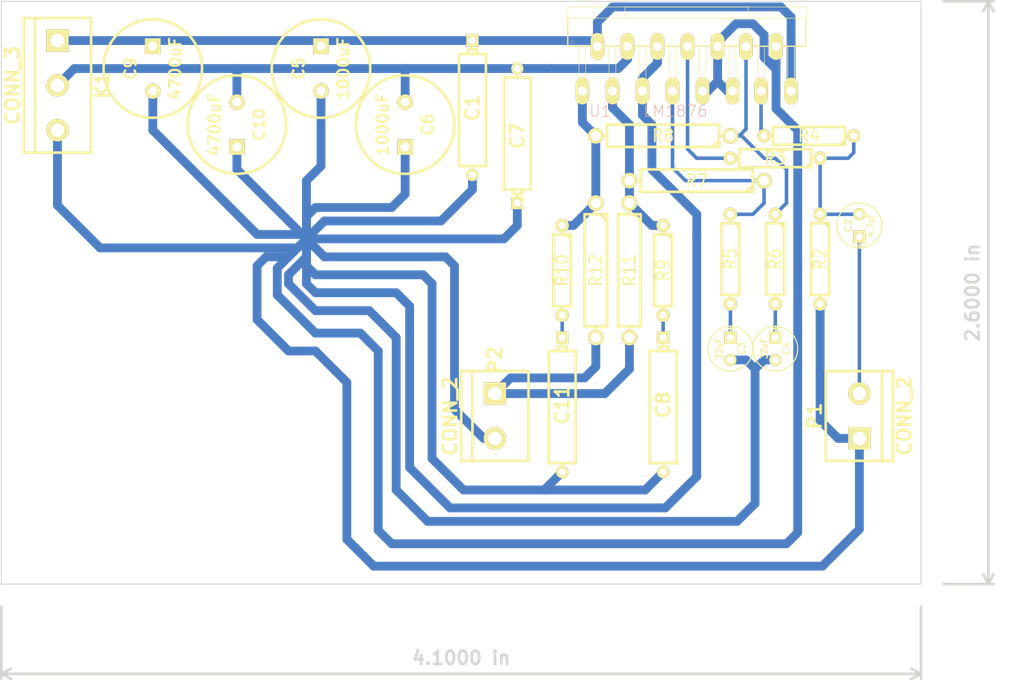
<source format=kicad_pcb>
(kicad_pcb (version 3) (host pcbnew "(2013-07-07 BZR 4022)-stable")

  (general
    (links 51)
    (no_connects 1)
    (area 0 0 0 0)
    (thickness 1.6)
    (drawings 6)
    (tracks 186)
    (zones 0)
    (modules 26)
    (nets 17)
  )

  (page A3)
  (layers
    (15 F.Cu signal)
    (0 B.Cu signal)
    (16 B.Adhes user)
    (17 F.Adhes user)
    (18 B.Paste user)
    (19 F.Paste user)
    (20 B.SilkS user)
    (21 F.SilkS user)
    (22 B.Mask user)
    (23 F.Mask user)
    (24 Dwgs.User user)
    (25 Cmts.User user)
    (26 Eco1.User user)
    (27 Eco2.User user)
    (28 Edge.Cuts user)
  )

  (setup
    (last_trace_width 0.4)
    (trace_clearance 0.4)
    (zone_clearance 0.508)
    (zone_45_only no)
    (trace_min 0.254)
    (segment_width 0.2)
    (edge_width 0.1)
    (via_size 0.889)
    (via_drill 0.635)
    (via_min_size 0.889)
    (via_min_drill 0.508)
    (uvia_size 0.508)
    (uvia_drill 0.127)
    (uvias_allowed no)
    (uvia_min_size 0.508)
    (uvia_min_drill 0.127)
    (pcb_text_width 0.3)
    (pcb_text_size 1.5 1.5)
    (mod_edge_width 0.15)
    (mod_text_size 1 1)
    (mod_text_width 0.15)
    (pad_size 4.064 4.064)
    (pad_drill 3.048)
    (pad_to_mask_clearance 0)
    (aux_axis_origin 0 0)
    (visible_elements 7FFFFBFF)
    (pcbplotparams
      (layerselection 3178497)
      (usegerberextensions true)
      (excludeedgelayer true)
      (linewidth 0.150000)
      (plotframeref false)
      (viasonmask false)
      (mode 1)
      (useauxorigin false)
      (hpglpennumber 1)
      (hpglpenspeed 20)
      (hpglpendiameter 15)
      (hpglpenoverlay 2)
      (psnegative false)
      (psa4output false)
      (plotreference true)
      (plotvalue true)
      (plotothertext true)
      (plotinvisibletext false)
      (padsonsilk false)
      (subtractmaskfromsilk false)
      (outputformat 1)
      (mirror false)
      (drillshape 1)
      (scaleselection 1)
      (outputdirectory ""))
  )

  (net 0 "")
  (net 1 GND)
  (net 2 N-0000010)
  (net 3 N-0000011)
  (net 4 N-0000012)
  (net 5 N-0000013)
  (net 6 N-0000014)
  (net 7 N-0000015)
  (net 8 N-0000016)
  (net 9 N-000003)
  (net 10 N-000004)
  (net 11 N-000006)
  (net 12 N-000007)
  (net 13 N-000008)
  (net 14 N-000009)
  (net 15 VDD)
  (net 16 VEE)

  (net_class Default "This is the default net class."
    (clearance 0.4)
    (trace_width 0.4)
    (via_dia 0.889)
    (via_drill 0.635)
    (uvia_dia 0.508)
    (uvia_drill 0.127)
    (add_net "")
    (add_net N-0000010)
    (add_net N-0000011)
    (add_net N-0000013)
    (add_net N-0000014)
    (add_net N-0000015)
    (add_net N-0000016)
    (add_net N-000003)
    (add_net N-000006)
    (add_net N-000008)
    (add_net N-000009)
  )

  (net_class Output ""
    (clearance 0.4)
    (trace_width 1)
    (via_dia 0.889)
    (via_drill 0.635)
    (uvia_dia 0.508)
    (uvia_drill 0.127)
    (add_net N-0000012)
    (add_net N-000004)
    (add_net N-000007)
  )

  (net_class PWR ""
    (clearance 0.4)
    (trace_width 1)
    (via_dia 0.889)
    (via_drill 0.635)
    (uvia_dia 0.508)
    (uvia_drill 0.127)
    (add_net GND)
    (add_net VDD)
    (add_net VEE)
  )

  (module bornier3 (layer F.Cu) (tedit 3EC0ECFA) (tstamp 53B016E9)
    (at 143.51 34.925 270)
    (descr "Bornier d'alimentation 3 pins")
    (tags DEV)
    (path /53AF20F1)
    (fp_text reference K1 (at 0 -5.08 270) (layer F.SilkS)
      (effects (font (size 1.524 1.524) (thickness 0.3048)))
    )
    (fp_text value CONN_3 (at 0 5.08 270) (layer F.SilkS)
      (effects (font (size 1.524 1.524) (thickness 0.3048)))
    )
    (fp_line (start -7.62 3.81) (end -7.62 -3.81) (layer F.SilkS) (width 0.3048))
    (fp_line (start 7.62 3.81) (end 7.62 -3.81) (layer F.SilkS) (width 0.3048))
    (fp_line (start -7.62 2.54) (end 7.62 2.54) (layer F.SilkS) (width 0.3048))
    (fp_line (start -7.62 -3.81) (end 7.62 -3.81) (layer F.SilkS) (width 0.3048))
    (fp_line (start -7.62 3.81) (end 7.62 3.81) (layer F.SilkS) (width 0.3048))
    (pad 1 thru_hole rect (at -5.08 0 270) (size 2.54 2.54) (drill 1.524)
      (layers *.Cu *.Mask F.SilkS)
      (net 15 VDD)
    )
    (pad 2 thru_hole circle (at 0 0 270) (size 2.54 2.54) (drill 1.524)
      (layers *.Cu *.Mask F.SilkS)
      (net 16 VEE)
    )
    (pad 3 thru_hole circle (at 5.08 0 270) (size 2.54 2.54) (drill 1.524)
      (layers *.Cu *.Mask F.SilkS)
      (net 1 GND)
    )
    (model device/bornier_3.wrl
      (at (xyz 0 0 0))
      (scale (xyz 1 1 1))
      (rotate (xyz 0 0 0))
    )
  )

  (module bornier2 (layer F.Cu) (tedit 53B04F64) (tstamp 53AF9CE3)
    (at 193.04 72.39 270)
    (descr "Bornier d'alimentation 2 pins")
    (tags DEV)
    (path /53AF2100)
    (fp_text reference P2 (at -6.35 0 270) (layer F.SilkS)
      (effects (font (size 1.524 1.524) (thickness 0.3048)))
    )
    (fp_text value CONN_2 (at 0 5.08 270) (layer F.SilkS)
      (effects (font (size 1.524 1.524) (thickness 0.3048)))
    )
    (fp_line (start 5.08 2.54) (end -5.08 2.54) (layer F.SilkS) (width 0.3048))
    (fp_line (start 5.08 3.81) (end 5.08 -3.81) (layer F.SilkS) (width 0.3048))
    (fp_line (start 5.08 -3.81) (end -5.08 -3.81) (layer F.SilkS) (width 0.3048))
    (fp_line (start -5.08 -3.81) (end -5.08 3.81) (layer F.SilkS) (width 0.3048))
    (fp_line (start -5.08 3.81) (end 5.08 3.81) (layer F.SilkS) (width 0.3048))
    (pad 1 thru_hole rect (at -2.54 0 270) (size 2.54 2.54) (drill 1.524)
      (layers *.Cu *.Mask F.SilkS)
      (net 10 N-000004)
    )
    (pad 2 thru_hole circle (at 2.54 0 270) (size 2.54 2.54) (drill 1.524)
      (layers *.Cu *.Mask F.SilkS)
      (net 1 GND)
    )
    (model device/bornier_2.wrl
      (at (xyz 0 0 0))
      (scale (xyz 1 1 1))
      (rotate (xyz 0 0 0))
    )
  )

  (module bornier2 (layer F.Cu) (tedit 3EC0ED69) (tstamp 53AF9CEE)
    (at 234.315 72.39 90)
    (descr "Bornier d'alimentation 2 pins")
    (tags DEV)
    (path /53AF210F)
    (fp_text reference P1 (at 0 -5.08 90) (layer F.SilkS)
      (effects (font (size 1.524 1.524) (thickness 0.3048)))
    )
    (fp_text value CONN_2 (at 0 5.08 90) (layer F.SilkS)
      (effects (font (size 1.524 1.524) (thickness 0.3048)))
    )
    (fp_line (start 5.08 2.54) (end -5.08 2.54) (layer F.SilkS) (width 0.3048))
    (fp_line (start 5.08 3.81) (end 5.08 -3.81) (layer F.SilkS) (width 0.3048))
    (fp_line (start 5.08 -3.81) (end -5.08 -3.81) (layer F.SilkS) (width 0.3048))
    (fp_line (start -5.08 -3.81) (end -5.08 3.81) (layer F.SilkS) (width 0.3048))
    (fp_line (start -5.08 3.81) (end 5.08 3.81) (layer F.SilkS) (width 0.3048))
    (pad 1 thru_hole rect (at -2.54 0 90) (size 2.54 2.54) (drill 1.524)
      (layers *.Cu *.Mask F.SilkS)
      (net 1 GND)
    )
    (pad 2 thru_hole circle (at 2.54 0 90) (size 2.54 2.54) (drill 1.524)
      (layers *.Cu *.Mask F.SilkS)
      (net 9 N-000003)
    )
    (model device/bornier_2.wrl
      (at (xyz 0 0 0))
      (scale (xyz 1 1 1))
      (rotate (xyz 0 0 0))
    )
  )

  (module R6 (layer F.Cu) (tedit 200000) (tstamp 53AFDEAF)
    (at 204.47 55.88 270)
    (descr "Resistance 6 pas")
    (tags R)
    (path /53AF1A3F)
    (autoplace_cost180 10)
    (fp_text reference R12 (at 0 0 270) (layer F.SilkS)
      (effects (font (size 1.397 1.27) (thickness 0.2032)))
    )
    (fp_text value 0.1R (at 0.254 0 270) (layer F.SilkS) hide
      (effects (font (size 1.397 1.27) (thickness 0.2032)))
    )
    (fp_line (start -6.35 -1.27) (end 6.35 -1.27) (layer F.SilkS) (width 0.3048))
    (fp_line (start 6.35 -1.27) (end 6.35 1.27) (layer F.SilkS) (width 0.3048))
    (fp_line (start 6.35 1.27) (end -6.35 1.27) (layer F.SilkS) (width 0.3048))
    (fp_line (start 6.35 0) (end 7.62 0) (layer F.SilkS) (width 0.3048))
    (fp_line (start -7.62 0) (end -6.35 0) (layer F.SilkS) (width 0.3048))
    (fp_line (start -6.35 -0.508) (end -5.588 -1.27) (layer F.SilkS) (width 0.3048))
    (fp_line (start -6.35 -1.27) (end -6.35 1.27) (layer F.SilkS) (width 0.3048))
    (pad 1 thru_hole circle (at -7.62 0 270) (size 1.778 1.778) (drill 1.143)
      (layers *.Cu *.Mask F.SilkS)
      (net 12 N-000007)
    )
    (pad 2 thru_hole circle (at 7.62 0 270) (size 1.778 1.778) (drill 1.143)
      (layers *.Cu *.Mask F.SilkS)
      (net 10 N-000004)
    )
    (model discret/resistor.wrl
      (at (xyz 0 0 0))
      (scale (xyz 0.6 0.6 0.6))
      (rotate (xyz 0 0 0))
    )
  )

  (module R6 (layer F.Cu) (tedit 200000) (tstamp 53AFDEBC)
    (at 208.28 55.88 270)
    (descr "Resistance 6 pas")
    (tags R)
    (path /53AF2095)
    (autoplace_cost180 10)
    (fp_text reference R11 (at 0 0 270) (layer F.SilkS)
      (effects (font (size 1.397 1.27) (thickness 0.2032)))
    )
    (fp_text value 0.1R (at 0.254 0 270) (layer F.SilkS) hide
      (effects (font (size 1.397 1.27) (thickness 0.2032)))
    )
    (fp_line (start -6.35 -1.27) (end 6.35 -1.27) (layer F.SilkS) (width 0.3048))
    (fp_line (start 6.35 -1.27) (end 6.35 1.27) (layer F.SilkS) (width 0.3048))
    (fp_line (start 6.35 1.27) (end -6.35 1.27) (layer F.SilkS) (width 0.3048))
    (fp_line (start 6.35 0) (end 7.62 0) (layer F.SilkS) (width 0.3048))
    (fp_line (start -7.62 0) (end -6.35 0) (layer F.SilkS) (width 0.3048))
    (fp_line (start -6.35 -0.508) (end -5.588 -1.27) (layer F.SilkS) (width 0.3048))
    (fp_line (start -6.35 -1.27) (end -6.35 1.27) (layer F.SilkS) (width 0.3048))
    (pad 1 thru_hole circle (at -7.62 0 270) (size 1.778 1.778) (drill 1.143)
      (layers *.Cu *.Mask F.SilkS)
      (net 4 N-0000012)
    )
    (pad 2 thru_hole circle (at 7.62 0 270) (size 1.778 1.778) (drill 1.143)
      (layers *.Cu *.Mask F.SilkS)
      (net 10 N-000004)
    )
    (model discret/resistor.wrl
      (at (xyz 0 0 0))
      (scale (xyz 0.6 0.6 0.6))
      (rotate (xyz 0 0 0))
    )
  )

  (module R4 (layer F.Cu) (tedit 200000) (tstamp 53B04B79)
    (at 224.79 54.61 270)
    (descr "Resitance 4 pas")
    (tags R)
    (path /53AF19FA)
    (autoplace_cost180 10)
    (fp_text reference R6 (at 0 0 270) (layer F.SilkS)
      (effects (font (size 1.397 1.27) (thickness 0.2032)))
    )
    (fp_text value 680R (at 0 0 270) (layer F.SilkS) hide
      (effects (font (size 1.397 1.27) (thickness 0.2032)))
    )
    (fp_line (start -5.08 0) (end -4.064 0) (layer F.SilkS) (width 0.3048))
    (fp_line (start -4.064 0) (end -4.064 -1.016) (layer F.SilkS) (width 0.3048))
    (fp_line (start -4.064 -1.016) (end 4.064 -1.016) (layer F.SilkS) (width 0.3048))
    (fp_line (start 4.064 -1.016) (end 4.064 1.016) (layer F.SilkS) (width 0.3048))
    (fp_line (start 4.064 1.016) (end -4.064 1.016) (layer F.SilkS) (width 0.3048))
    (fp_line (start -4.064 1.016) (end -4.064 0) (layer F.SilkS) (width 0.3048))
    (fp_line (start -4.064 -0.508) (end -3.556 -1.016) (layer F.SilkS) (width 0.3048))
    (fp_line (start 5.08 0) (end 4.064 0) (layer F.SilkS) (width 0.3048))
    (pad 1 thru_hole circle (at -5.08 0 270) (size 1.524 1.524) (drill 0.8128)
      (layers *.Cu *.Mask F.SilkS)
      (net 14 N-000009)
    )
    (pad 2 thru_hole circle (at 5.08 0 270) (size 1.524 1.524) (drill 0.8128)
      (layers *.Cu *.Mask F.SilkS)
      (net 13 N-000008)
    )
    (model discret/resistor.wrl
      (at (xyz 0 0 0))
      (scale (xyz 0.4 0.4 0.4))
      (rotate (xyz 0 0 0))
    )
  )

  (module R4 (layer F.Cu) (tedit 200000) (tstamp 53AFDEE6)
    (at 228.6 40.64 180)
    (descr "Resitance 4 pas")
    (tags R)
    (path /53AF1A30)
    (autoplace_cost180 10)
    (fp_text reference R4 (at 0 0 180) (layer F.SilkS)
      (effects (font (size 1.397 1.27) (thickness 0.2032)))
    )
    (fp_text value 680R (at 0 0 180) (layer F.SilkS) hide
      (effects (font (size 1.397 1.27) (thickness 0.2032)))
    )
    (fp_line (start -5.08 0) (end -4.064 0) (layer F.SilkS) (width 0.3048))
    (fp_line (start -4.064 0) (end -4.064 -1.016) (layer F.SilkS) (width 0.3048))
    (fp_line (start -4.064 -1.016) (end 4.064 -1.016) (layer F.SilkS) (width 0.3048))
    (fp_line (start 4.064 -1.016) (end 4.064 1.016) (layer F.SilkS) (width 0.3048))
    (fp_line (start 4.064 1.016) (end -4.064 1.016) (layer F.SilkS) (width 0.3048))
    (fp_line (start -4.064 1.016) (end -4.064 0) (layer F.SilkS) (width 0.3048))
    (fp_line (start -4.064 -0.508) (end -3.556 -1.016) (layer F.SilkS) (width 0.3048))
    (fp_line (start 5.08 0) (end 4.064 0) (layer F.SilkS) (width 0.3048))
    (pad 1 thru_hole circle (at -5.08 0 180) (size 1.524 1.524) (drill 0.8128)
      (layers *.Cu *.Mask F.SilkS)
      (net 3 N-0000011)
    )
    (pad 2 thru_hole circle (at 5.08 0 180) (size 1.524 1.524) (drill 0.8128)
      (layers *.Cu *.Mask F.SilkS)
      (net 2 N-0000010)
    )
    (model discret/resistor.wrl
      (at (xyz 0 0 0))
      (scale (xyz 0.4 0.4 0.4))
      (rotate (xyz 0 0 0))
    )
  )

  (module R4 (layer F.Cu) (tedit 200000) (tstamp 53AFDEF4)
    (at 229.87 54.61 270)
    (descr "Resitance 4 pas")
    (tags R)
    (path /53AF1ACA)
    (autoplace_cost180 10)
    (fp_text reference R2 (at 0 0 270) (layer F.SilkS)
      (effects (font (size 1.397 1.27) (thickness 0.2032)))
    )
    (fp_text value 22K (at 0 0 270) (layer F.SilkS) hide
      (effects (font (size 1.397 1.27) (thickness 0.2032)))
    )
    (fp_line (start -5.08 0) (end -4.064 0) (layer F.SilkS) (width 0.3048))
    (fp_line (start -4.064 0) (end -4.064 -1.016) (layer F.SilkS) (width 0.3048))
    (fp_line (start -4.064 -1.016) (end 4.064 -1.016) (layer F.SilkS) (width 0.3048))
    (fp_line (start 4.064 -1.016) (end 4.064 1.016) (layer F.SilkS) (width 0.3048))
    (fp_line (start 4.064 1.016) (end -4.064 1.016) (layer F.SilkS) (width 0.3048))
    (fp_line (start -4.064 1.016) (end -4.064 0) (layer F.SilkS) (width 0.3048))
    (fp_line (start -4.064 -0.508) (end -3.556 -1.016) (layer F.SilkS) (width 0.3048))
    (fp_line (start 5.08 0) (end 4.064 0) (layer F.SilkS) (width 0.3048))
    (pad 1 thru_hole circle (at -5.08 0 270) (size 1.524 1.524) (drill 0.8128)
      (layers *.Cu *.Mask F.SilkS)
      (net 3 N-0000011)
    )
    (pad 2 thru_hole circle (at 5.08 0 270) (size 1.524 1.524) (drill 0.8128)
      (layers *.Cu *.Mask F.SilkS)
      (net 1 GND)
    )
    (model discret/resistor.wrl
      (at (xyz 0 0 0))
      (scale (xyz 0.4 0.4 0.4))
      (rotate (xyz 0 0 0))
    )
  )

  (module R4 (layer F.Cu) (tedit 200000) (tstamp 53AFDF02)
    (at 200.66 55.88 270)
    (descr "Resitance 4 pas")
    (tags R)
    (path /53AF1C0D)
    (autoplace_cost180 10)
    (fp_text reference R10 (at 0 0 270) (layer F.SilkS)
      (effects (font (size 1.397 1.27) (thickness 0.2032)))
    )
    (fp_text value 4.7R (at 0 0 270) (layer F.SilkS) hide
      (effects (font (size 1.397 1.27) (thickness 0.2032)))
    )
    (fp_line (start -5.08 0) (end -4.064 0) (layer F.SilkS) (width 0.3048))
    (fp_line (start -4.064 0) (end -4.064 -1.016) (layer F.SilkS) (width 0.3048))
    (fp_line (start -4.064 -1.016) (end 4.064 -1.016) (layer F.SilkS) (width 0.3048))
    (fp_line (start 4.064 -1.016) (end 4.064 1.016) (layer F.SilkS) (width 0.3048))
    (fp_line (start 4.064 1.016) (end -4.064 1.016) (layer F.SilkS) (width 0.3048))
    (fp_line (start -4.064 1.016) (end -4.064 0) (layer F.SilkS) (width 0.3048))
    (fp_line (start -4.064 -0.508) (end -3.556 -1.016) (layer F.SilkS) (width 0.3048))
    (fp_line (start 5.08 0) (end 4.064 0) (layer F.SilkS) (width 0.3048))
    (pad 1 thru_hole circle (at -5.08 0 270) (size 1.524 1.524) (drill 0.8128)
      (layers *.Cu *.Mask F.SilkS)
      (net 12 N-000007)
    )
    (pad 2 thru_hole circle (at 5.08 0 270) (size 1.524 1.524) (drill 0.8128)
      (layers *.Cu *.Mask F.SilkS)
      (net 11 N-000006)
    )
    (model discret/resistor.wrl
      (at (xyz 0 0 0))
      (scale (xyz 0.4 0.4 0.4))
      (rotate (xyz 0 0 0))
    )
  )

  (module R4 (layer F.Cu) (tedit 200000) (tstamp 53AFDF10)
    (at 219.71 54.61 270)
    (descr "Resitance 4 pas")
    (tags R)
    (path /53AF2083)
    (autoplace_cost180 10)
    (fp_text reference R5 (at 0 0 270) (layer F.SilkS)
      (effects (font (size 1.397 1.27) (thickness 0.2032)))
    )
    (fp_text value 680R (at 0 0 270) (layer F.SilkS) hide
      (effects (font (size 1.397 1.27) (thickness 0.2032)))
    )
    (fp_line (start -5.08 0) (end -4.064 0) (layer F.SilkS) (width 0.3048))
    (fp_line (start -4.064 0) (end -4.064 -1.016) (layer F.SilkS) (width 0.3048))
    (fp_line (start -4.064 -1.016) (end 4.064 -1.016) (layer F.SilkS) (width 0.3048))
    (fp_line (start 4.064 -1.016) (end 4.064 1.016) (layer F.SilkS) (width 0.3048))
    (fp_line (start 4.064 1.016) (end -4.064 1.016) (layer F.SilkS) (width 0.3048))
    (fp_line (start -4.064 1.016) (end -4.064 0) (layer F.SilkS) (width 0.3048))
    (fp_line (start -4.064 -0.508) (end -3.556 -1.016) (layer F.SilkS) (width 0.3048))
    (fp_line (start 5.08 0) (end 4.064 0) (layer F.SilkS) (width 0.3048))
    (pad 1 thru_hole circle (at -5.08 0 270) (size 1.524 1.524) (drill 0.8128)
      (layers *.Cu *.Mask F.SilkS)
      (net 7 N-0000015)
    )
    (pad 2 thru_hole circle (at 5.08 0 270) (size 1.524 1.524) (drill 0.8128)
      (layers *.Cu *.Mask F.SilkS)
      (net 6 N-0000014)
    )
    (model discret/resistor.wrl
      (at (xyz 0 0 0))
      (scale (xyz 0.4 0.4 0.4))
      (rotate (xyz 0 0 0))
    )
  )

  (module R4 (layer F.Cu) (tedit 200000) (tstamp 53AFDF2C)
    (at 224.79 43.18 180)
    (descr "Resitance 4 pas")
    (tags R)
    (path /53AF208F)
    (autoplace_cost180 10)
    (fp_text reference R3 (at 0 0 180) (layer F.SilkS)
      (effects (font (size 1.397 1.27) (thickness 0.2032)))
    )
    (fp_text value 680R (at 0 0 180) (layer F.SilkS) hide
      (effects (font (size 1.397 1.27) (thickness 0.2032)))
    )
    (fp_line (start -5.08 0) (end -4.064 0) (layer F.SilkS) (width 0.3048))
    (fp_line (start -4.064 0) (end -4.064 -1.016) (layer F.SilkS) (width 0.3048))
    (fp_line (start -4.064 -1.016) (end 4.064 -1.016) (layer F.SilkS) (width 0.3048))
    (fp_line (start 4.064 -1.016) (end 4.064 1.016) (layer F.SilkS) (width 0.3048))
    (fp_line (start 4.064 1.016) (end -4.064 1.016) (layer F.SilkS) (width 0.3048))
    (fp_line (start -4.064 1.016) (end -4.064 0) (layer F.SilkS) (width 0.3048))
    (fp_line (start -4.064 -0.508) (end -3.556 -1.016) (layer F.SilkS) (width 0.3048))
    (fp_line (start 5.08 0) (end 4.064 0) (layer F.SilkS) (width 0.3048))
    (pad 1 thru_hole circle (at -5.08 0 180) (size 1.524 1.524) (drill 0.8128)
      (layers *.Cu *.Mask F.SilkS)
      (net 3 N-0000011)
    )
    (pad 2 thru_hole circle (at 5.08 0 180) (size 1.524 1.524) (drill 0.8128)
      (layers *.Cu *.Mask F.SilkS)
      (net 8 N-0000016)
    )
    (model discret/resistor.wrl
      (at (xyz 0 0 0))
      (scale (xyz 0.4 0.4 0.4))
      (rotate (xyz 0 0 0))
    )
  )

  (module R4 (layer F.Cu) (tedit 200000) (tstamp 53AFDF48)
    (at 212.09 55.88 270)
    (descr "Resitance 4 pas")
    (tags R)
    (path /53AF20AD)
    (autoplace_cost180 10)
    (fp_text reference R9 (at 0 0 270) (layer F.SilkS)
      (effects (font (size 1.397 1.27) (thickness 0.2032)))
    )
    (fp_text value 4.7R (at 0 0 270) (layer F.SilkS) hide
      (effects (font (size 1.397 1.27) (thickness 0.2032)))
    )
    (fp_line (start -5.08 0) (end -4.064 0) (layer F.SilkS) (width 0.3048))
    (fp_line (start -4.064 0) (end -4.064 -1.016) (layer F.SilkS) (width 0.3048))
    (fp_line (start -4.064 -1.016) (end 4.064 -1.016) (layer F.SilkS) (width 0.3048))
    (fp_line (start 4.064 -1.016) (end 4.064 1.016) (layer F.SilkS) (width 0.3048))
    (fp_line (start 4.064 1.016) (end -4.064 1.016) (layer F.SilkS) (width 0.3048))
    (fp_line (start -4.064 1.016) (end -4.064 0) (layer F.SilkS) (width 0.3048))
    (fp_line (start -4.064 -0.508) (end -3.556 -1.016) (layer F.SilkS) (width 0.3048))
    (fp_line (start 5.08 0) (end 4.064 0) (layer F.SilkS) (width 0.3048))
    (pad 1 thru_hole circle (at -5.08 0 270) (size 1.524 1.524) (drill 0.8128)
      (layers *.Cu *.Mask F.SilkS)
      (net 4 N-0000012)
    )
    (pad 2 thru_hole circle (at 5.08 0 270) (size 1.524 1.524) (drill 0.8128)
      (layers *.Cu *.Mask F.SilkS)
      (net 5 N-0000013)
    )
    (model discret/resistor.wrl
      (at (xyz 0 0 0))
      (scale (xyz 0.4 0.4 0.4))
      (rotate (xyz 0 0 0))
    )
  )

  (module CP6 (layer F.Cu) (tedit 200000) (tstamp 53B04D3A)
    (at 200.66 71.12 270)
    (descr "Condensateur polarise")
    (tags CP)
    (path /53AF1C2B)
    (fp_text reference C11 (at 0 0 270) (layer F.SilkS)
      (effects (font (size 1.524 1.524) (thickness 0.3048)))
    )
    (fp_text value 0.1uF (at 0.635 0 270) (layer F.SilkS) hide
      (effects (font (size 1.524 1.524) (thickness 0.3048)))
    )
    (fp_line (start -7.62 0) (end -6.604 0) (layer F.SilkS) (width 0.3048))
    (fp_line (start -6.096 0.508) (end -6.604 0.508) (layer F.SilkS) (width 0.3048))
    (fp_line (start -6.604 0.508) (end -6.604 -0.508) (layer F.SilkS) (width 0.3048))
    (fp_line (start -6.604 -0.508) (end -6.096 -0.508) (layer F.SilkS) (width 0.3048))
    (fp_line (start 7.62 0) (end 6.604 0) (layer F.SilkS) (width 0.3048))
    (fp_line (start 6.604 0) (end 6.604 -1.524) (layer F.SilkS) (width 0.3048))
    (fp_line (start 6.604 -1.524) (end -6.096 -1.524) (layer F.SilkS) (width 0.3048))
    (fp_line (start -6.096 -1.524) (end -6.096 1.524) (layer F.SilkS) (width 0.3048))
    (fp_line (start -6.096 1.524) (end 6.604 1.524) (layer F.SilkS) (width 0.3048))
    (fp_line (start 6.604 1.524) (end 6.604 0) (layer F.SilkS) (width 0.3048))
    (pad 1 thru_hole rect (at -7.62 0 270) (size 1.397 1.397) (drill 0.8128)
      (layers *.Cu *.Mask F.SilkS)
      (net 11 N-000006)
    )
    (pad 2 thru_hole circle (at 7.62 0 270) (size 1.397 1.397) (drill 0.8128)
      (layers *.Cu *.Mask F.SilkS)
      (net 1 GND)
    )
    (model discret/c_pol.wrl
      (at (xyz 0 0 0))
      (scale (xyz 0.6 0.6 0.6))
      (rotate (xyz 0 0 0))
    )
  )

  (module CP6 (layer F.Cu) (tedit 200000) (tstamp 53B012E0)
    (at 212.09 71.12 270)
    (descr "Condensateur polarise")
    (tags CP)
    (path /53AF20B3)
    (fp_text reference C8 (at 0 0 270) (layer F.SilkS)
      (effects (font (size 1.524 1.524) (thickness 0.3048)))
    )
    (fp_text value 0.1uF (at 0.635 0 270) (layer F.SilkS) hide
      (effects (font (size 1.524 1.524) (thickness 0.3048)))
    )
    (fp_line (start -7.62 0) (end -6.604 0) (layer F.SilkS) (width 0.3048))
    (fp_line (start -6.096 0.508) (end -6.604 0.508) (layer F.SilkS) (width 0.3048))
    (fp_line (start -6.604 0.508) (end -6.604 -0.508) (layer F.SilkS) (width 0.3048))
    (fp_line (start -6.604 -0.508) (end -6.096 -0.508) (layer F.SilkS) (width 0.3048))
    (fp_line (start 7.62 0) (end 6.604 0) (layer F.SilkS) (width 0.3048))
    (fp_line (start 6.604 0) (end 6.604 -1.524) (layer F.SilkS) (width 0.3048))
    (fp_line (start 6.604 -1.524) (end -6.096 -1.524) (layer F.SilkS) (width 0.3048))
    (fp_line (start -6.096 -1.524) (end -6.096 1.524) (layer F.SilkS) (width 0.3048))
    (fp_line (start -6.096 1.524) (end 6.604 1.524) (layer F.SilkS) (width 0.3048))
    (fp_line (start 6.604 1.524) (end 6.604 0) (layer F.SilkS) (width 0.3048))
    (pad 1 thru_hole rect (at -7.62 0 270) (size 1.397 1.397) (drill 0.8128)
      (layers *.Cu *.Mask F.SilkS)
      (net 5 N-0000013)
    )
    (pad 2 thru_hole circle (at 7.62 0 270) (size 1.397 1.397) (drill 0.8128)
      (layers *.Cu *.Mask F.SilkS)
      (net 1 GND)
    )
    (model discret/c_pol.wrl
      (at (xyz 0 0 0))
      (scale (xyz 0.6 0.6 0.6))
      (rotate (xyz 0 0 0))
    )
  )

  (module CP6 (layer F.Cu) (tedit 200000) (tstamp 53B012F0)
    (at 195.58 40.64 90)
    (descr "Condensateur polarise")
    (tags CP)
    (path /53AF2F50)
    (fp_text reference C7 (at 0 0 90) (layer F.SilkS)
      (effects (font (size 1.524 1.524) (thickness 0.3048)))
    )
    (fp_text value 0.1uF (at 0.635 0 90) (layer F.SilkS) hide
      (effects (font (size 1.524 1.524) (thickness 0.3048)))
    )
    (fp_line (start -7.62 0) (end -6.604 0) (layer F.SilkS) (width 0.3048))
    (fp_line (start -6.096 0.508) (end -6.604 0.508) (layer F.SilkS) (width 0.3048))
    (fp_line (start -6.604 0.508) (end -6.604 -0.508) (layer F.SilkS) (width 0.3048))
    (fp_line (start -6.604 -0.508) (end -6.096 -0.508) (layer F.SilkS) (width 0.3048))
    (fp_line (start 7.62 0) (end 6.604 0) (layer F.SilkS) (width 0.3048))
    (fp_line (start 6.604 0) (end 6.604 -1.524) (layer F.SilkS) (width 0.3048))
    (fp_line (start 6.604 -1.524) (end -6.096 -1.524) (layer F.SilkS) (width 0.3048))
    (fp_line (start -6.096 -1.524) (end -6.096 1.524) (layer F.SilkS) (width 0.3048))
    (fp_line (start -6.096 1.524) (end 6.604 1.524) (layer F.SilkS) (width 0.3048))
    (fp_line (start 6.604 1.524) (end 6.604 0) (layer F.SilkS) (width 0.3048))
    (pad 1 thru_hole rect (at -7.62 0 90) (size 1.397 1.397) (drill 0.8128)
      (layers *.Cu *.Mask F.SilkS)
      (net 1 GND)
    )
    (pad 2 thru_hole circle (at 7.62 0 90) (size 1.397 1.397) (drill 0.8128)
      (layers *.Cu *.Mask F.SilkS)
      (net 16 VEE)
    )
    (model discret/c_pol.wrl
      (at (xyz 0 0 0))
      (scale (xyz 0.6 0.6 0.6))
      (rotate (xyz 0 0 0))
    )
  )

  (module CP6 (layer F.Cu) (tedit 200000) (tstamp 53B01300)
    (at 190.5 37.465 270)
    (descr "Condensateur polarise")
    (tags CP)
    (path /53AF30B8)
    (fp_text reference C1 (at 0 0 270) (layer F.SilkS)
      (effects (font (size 1.524 1.524) (thickness 0.3048)))
    )
    (fp_text value 0.1uF (at 0.635 0 270) (layer F.SilkS) hide
      (effects (font (size 1.524 1.524) (thickness 0.3048)))
    )
    (fp_line (start -7.62 0) (end -6.604 0) (layer F.SilkS) (width 0.3048))
    (fp_line (start -6.096 0.508) (end -6.604 0.508) (layer F.SilkS) (width 0.3048))
    (fp_line (start -6.604 0.508) (end -6.604 -0.508) (layer F.SilkS) (width 0.3048))
    (fp_line (start -6.604 -0.508) (end -6.096 -0.508) (layer F.SilkS) (width 0.3048))
    (fp_line (start 7.62 0) (end 6.604 0) (layer F.SilkS) (width 0.3048))
    (fp_line (start 6.604 0) (end 6.604 -1.524) (layer F.SilkS) (width 0.3048))
    (fp_line (start 6.604 -1.524) (end -6.096 -1.524) (layer F.SilkS) (width 0.3048))
    (fp_line (start -6.096 -1.524) (end -6.096 1.524) (layer F.SilkS) (width 0.3048))
    (fp_line (start -6.096 1.524) (end 6.604 1.524) (layer F.SilkS) (width 0.3048))
    (fp_line (start 6.604 1.524) (end 6.604 0) (layer F.SilkS) (width 0.3048))
    (pad 1 thru_hole rect (at -7.62 0 270) (size 1.397 1.397) (drill 0.8128)
      (layers *.Cu *.Mask F.SilkS)
      (net 15 VDD)
    )
    (pad 2 thru_hole circle (at 7.62 0 270) (size 1.397 1.397) (drill 0.8128)
      (layers *.Cu *.Mask F.SilkS)
      (net 1 GND)
    )
    (model discret/c_pol.wrl
      (at (xyz 0 0 0))
      (scale (xyz 0.6 0.6 0.6))
      (rotate (xyz 0 0 0))
    )
  )

  (module C2V10 (layer F.Cu) (tedit 41854742) (tstamp 53B0132A)
    (at 182.88 39.37 90)
    (descr "Condensateur polarise")
    (tags CP)
    (path /53AF272A)
    (fp_text reference C6 (at 0 2.54 90) (layer F.SilkS)
      (effects (font (size 1.27 1.27) (thickness 0.254)))
    )
    (fp_text value 1000uF (at 0 -2.54 90) (layer F.SilkS)
      (effects (font (size 1.27 1.27) (thickness 0.254)))
    )
    (fp_circle (center 0 0) (end 4.826 -2.794) (layer F.SilkS) (width 0.3048))
    (pad 1 thru_hole rect (at -2.54 0 90) (size 1.778 1.778) (drill 1.016)
      (layers *.Cu *.Mask F.SilkS)
      (net 1 GND)
    )
    (pad 2 thru_hole circle (at 2.54 0 90) (size 1.778 1.778) (drill 1.016)
      (layers *.Cu *.Mask F.SilkS)
      (net 16 VEE)
    )
    (model discret/c_vert_c2v10.wrl
      (at (xyz 0 0 0))
      (scale (xyz 1 1 1))
      (rotate (xyz 0 0 0))
    )
  )

  (module C2V10 (layer F.Cu) (tedit 41854742) (tstamp 53B01331)
    (at 173.355 33.02 270)
    (descr "Condensateur polarise")
    (tags CP)
    (path /53AF2739)
    (fp_text reference C5 (at 0 2.54 270) (layer F.SilkS)
      (effects (font (size 1.27 1.27) (thickness 0.254)))
    )
    (fp_text value 1000uF (at 0 -2.54 270) (layer F.SilkS)
      (effects (font (size 1.27 1.27) (thickness 0.254)))
    )
    (fp_circle (center 0 0) (end 4.826 -2.794) (layer F.SilkS) (width 0.3048))
    (pad 1 thru_hole rect (at -2.54 0 270) (size 1.778 1.778) (drill 1.016)
      (layers *.Cu *.Mask F.SilkS)
      (net 15 VDD)
    )
    (pad 2 thru_hole circle (at 2.54 0 270) (size 1.778 1.778) (drill 1.016)
      (layers *.Cu *.Mask F.SilkS)
      (net 1 GND)
    )
    (model discret/c_vert_c2v10.wrl
      (at (xyz 0 0 0))
      (scale (xyz 1 1 1))
      (rotate (xyz 0 0 0))
    )
  )

  (module C2V10 (layer F.Cu) (tedit 41854742) (tstamp 53B015E6)
    (at 154.305 33.02 270)
    (descr "Condensateur polarise")
    (tags CP)
    (path /53AF265C)
    (fp_text reference C9 (at 0 2.54 270) (layer F.SilkS)
      (effects (font (size 1.27 1.27) (thickness 0.254)))
    )
    (fp_text value 4700uF (at 0 -2.54 270) (layer F.SilkS)
      (effects (font (size 1.27 1.27) (thickness 0.254)))
    )
    (fp_circle (center 0 0) (end 4.826 -2.794) (layer F.SilkS) (width 0.3048))
    (pad 1 thru_hole rect (at -2.54 0 270) (size 1.778 1.778) (drill 1.016)
      (layers *.Cu *.Mask F.SilkS)
      (net 15 VDD)
    )
    (pad 2 thru_hole circle (at 2.54 0 270) (size 1.778 1.778) (drill 1.016)
      (layers *.Cu *.Mask F.SilkS)
      (net 1 GND)
    )
    (model discret/c_vert_c2v10.wrl
      (at (xyz 0 0 0))
      (scale (xyz 1 1 1))
      (rotate (xyz 0 0 0))
    )
  )

  (module C2V10 (layer F.Cu) (tedit 41854742) (tstamp 53B015ED)
    (at 163.83 39.37 90)
    (descr "Condensateur polarise")
    (tags CP)
    (path /53AF266B)
    (fp_text reference C10 (at 0 2.54 90) (layer F.SilkS)
      (effects (font (size 1.27 1.27) (thickness 0.254)))
    )
    (fp_text value 4700uF (at 0 -2.54 90) (layer F.SilkS)
      (effects (font (size 1.27 1.27) (thickness 0.254)))
    )
    (fp_circle (center 0 0) (end 4.826 -2.794) (layer F.SilkS) (width 0.3048))
    (pad 1 thru_hole rect (at -2.54 0 90) (size 1.778 1.778) (drill 1.016)
      (layers *.Cu *.Mask F.SilkS)
      (net 1 GND)
    )
    (pad 2 thru_hole circle (at 2.54 0 90) (size 1.778 1.778) (drill 1.016)
      (layers *.Cu *.Mask F.SilkS)
      (net 16 VEE)
    )
    (model discret/c_vert_c2v10.wrl
      (at (xyz 0 0 0))
      (scale (xyz 1 1 1))
      (rotate (xyz 0 0 0))
    )
  )

  (module lmopamp-LM1876 (layer F.Cu) (tedit 53B03E96) (tstamp 53AF9C20)
    (at 213.995 33.655)
    (path /527DD19C)
    (attr virtual)
    (fp_text reference U1 (at -9.017 4.191) (layer B.SilkS)
      (effects (font (size 1.27 1.27) (thickness 0.0889)))
    )
    (fp_text value LM1876 (at -0.508 4.191) (layer B.SilkS)
      (effects (font (size 1.27 1.27) (thickness 0.0889)))
    )
    (fp_line (start -12.827 -6.35) (end 7.747 -6.35) (layer F.SilkS) (width 0.06604))
    (fp_line (start 7.747 -6.35) (end 7.747 -7.62) (layer F.SilkS) (width 0.06604))
    (fp_line (start -12.827 -7.62) (end 7.747 -7.62) (layer F.SilkS) (width 0.06604))
    (fp_line (start -12.827 -6.35) (end -12.827 -7.62) (layer F.SilkS) (width 0.06604))
    (fp_line (start -11.43 0.635) (end -10.668 0.635) (layer F.SilkS) (width 0.06604))
    (fp_line (start -10.668 0.635) (end -10.668 -3.175) (layer F.SilkS) (width 0.06604))
    (fp_line (start -11.43 -3.175) (end -10.668 -3.175) (layer F.SilkS) (width 0.06604))
    (fp_line (start -11.43 0.635) (end -11.43 -3.175) (layer F.SilkS) (width 0.06604))
    (fp_line (start -8.0264 0.635) (end -7.26186 0.635) (layer F.SilkS) (width 0.06604))
    (fp_line (start -7.26186 0.635) (end -7.26186 -3.175) (layer F.SilkS) (width 0.06604))
    (fp_line (start -8.0264 -3.175) (end -7.26186 -3.175) (layer F.SilkS) (width 0.06604))
    (fp_line (start -8.0264 0.635) (end -8.0264 -3.175) (layer F.SilkS) (width 0.06604))
    (fp_line (start -4.6228 0.635) (end -3.8608 0.635) (layer F.SilkS) (width 0.06604))
    (fp_line (start -3.8608 0.635) (end -3.8608 -3.175) (layer F.SilkS) (width 0.06604))
    (fp_line (start -4.6228 -3.175) (end -3.8608 -3.175) (layer F.SilkS) (width 0.06604))
    (fp_line (start -4.6228 0.635) (end -4.6228 -3.175) (layer F.SilkS) (width 0.06604))
    (fp_line (start -1.2192 0.635) (end -0.4572 0.635) (layer F.SilkS) (width 0.06604))
    (fp_line (start -0.4572 0.635) (end -0.4572 -3.175) (layer F.SilkS) (width 0.06604))
    (fp_line (start -1.2192 -3.175) (end -0.4572 -3.175) (layer F.SilkS) (width 0.06604))
    (fp_line (start -1.2192 0.635) (end -1.2192 -3.175) (layer F.SilkS) (width 0.06604))
    (fp_line (start 2.18186 0.635) (end 2.9464 0.635) (layer F.SilkS) (width 0.06604))
    (fp_line (start 2.9464 0.635) (end 2.9464 -3.175) (layer F.SilkS) (width 0.06604))
    (fp_line (start 2.18186 -3.175) (end 2.9464 -3.175) (layer F.SilkS) (width 0.06604))
    (fp_line (start 2.18186 0.635) (end 2.18186 -3.175) (layer F.SilkS) (width 0.06604))
    (fp_line (start 5.588 0.635) (end 6.35 0.635) (layer F.SilkS) (width 0.06604))
    (fp_line (start 6.35 0.635) (end 6.35 -3.175) (layer F.SilkS) (width 0.06604))
    (fp_line (start 5.588 -3.175) (end 6.35 -3.175) (layer F.SilkS) (width 0.06604))
    (fp_line (start 5.588 0.635) (end 5.588 -3.175) (layer F.SilkS) (width 0.06604))
    (fp_line (start 5.588 2.032) (end 6.35 2.032) (layer F.SilkS) (width 0.06604))
    (fp_line (start 6.35 2.032) (end 6.35 0.635) (layer F.SilkS) (width 0.06604))
    (fp_line (start 5.588 0.635) (end 6.35 0.635) (layer F.SilkS) (width 0.06604))
    (fp_line (start 5.588 2.032) (end 5.588 0.635) (layer F.SilkS) (width 0.06604))
    (fp_line (start 2.18186 2.032) (end 2.9464 2.032) (layer F.SilkS) (width 0.06604))
    (fp_line (start 2.9464 2.032) (end 2.9464 0.635) (layer F.SilkS) (width 0.06604))
    (fp_line (start 2.18186 0.635) (end 2.9464 0.635) (layer F.SilkS) (width 0.06604))
    (fp_line (start 2.18186 2.032) (end 2.18186 0.635) (layer F.SilkS) (width 0.06604))
    (fp_line (start -1.2192 2.032) (end -0.4572 2.032) (layer F.SilkS) (width 0.06604))
    (fp_line (start -0.4572 2.032) (end -0.4572 0.635) (layer F.SilkS) (width 0.06604))
    (fp_line (start -1.2192 0.635) (end -0.4572 0.635) (layer F.SilkS) (width 0.06604))
    (fp_line (start -1.2192 2.032) (end -1.2192 0.635) (layer F.SilkS) (width 0.06604))
    (fp_line (start -4.6228 2.032) (end -3.8608 2.032) (layer F.SilkS) (width 0.06604))
    (fp_line (start -3.8608 2.032) (end -3.8608 0.635) (layer F.SilkS) (width 0.06604))
    (fp_line (start -4.6228 0.635) (end -3.8608 0.635) (layer F.SilkS) (width 0.06604))
    (fp_line (start -4.6228 2.032) (end -4.6228 0.635) (layer F.SilkS) (width 0.06604))
    (fp_line (start -8.0264 2.032) (end -7.26186 2.032) (layer F.SilkS) (width 0.06604))
    (fp_line (start -7.26186 2.032) (end -7.26186 0.635) (layer F.SilkS) (width 0.06604))
    (fp_line (start -8.0264 0.635) (end -7.26186 0.635) (layer F.SilkS) (width 0.06604))
    (fp_line (start -8.0264 2.032) (end -8.0264 0.635) (layer F.SilkS) (width 0.06604))
    (fp_line (start -11.43 2.032) (end -10.668 2.032) (layer F.SilkS) (width 0.06604))
    (fp_line (start -10.668 2.032) (end -10.668 0.635) (layer F.SilkS) (width 0.06604))
    (fp_line (start -11.43 0.635) (end -10.668 0.635) (layer F.SilkS) (width 0.06604))
    (fp_line (start -11.43 2.032) (end -11.43 0.635) (layer F.SilkS) (width 0.06604))
    (fp_line (start -6.20522 -6.33984) (end 14.36624 -6.33984) (layer F.SilkS) (width 0.06604))
    (fp_line (start 14.36624 -6.33984) (end 14.36624 -7.60984) (layer F.SilkS) (width 0.06604))
    (fp_line (start -6.20522 -7.60984) (end 14.36624 -7.60984) (layer F.SilkS) (width 0.06604))
    (fp_line (start -6.20522 -6.33984) (end -6.20522 -7.60984) (layer F.SilkS) (width 0.06604))
    (fp_line (start 8.80364 0.64262) (end 9.56564 0.64262) (layer F.SilkS) (width 0.06604))
    (fp_line (start 9.56564 0.64262) (end 9.56564 -3.16484) (layer F.SilkS) (width 0.06604))
    (fp_line (start 8.80364 -3.16484) (end 9.56564 -3.16484) (layer F.SilkS) (width 0.06604))
    (fp_line (start 8.80364 0.64262) (end 8.80364 -3.16484) (layer F.SilkS) (width 0.06604))
    (fp_line (start 12.20724 0.64262) (end 12.96924 0.64262) (layer F.SilkS) (width 0.06604))
    (fp_line (start 12.96924 0.64262) (end 12.96924 -3.16484) (layer F.SilkS) (width 0.06604))
    (fp_line (start 12.20724 -3.16484) (end 12.96924 -3.16484) (layer F.SilkS) (width 0.06604))
    (fp_line (start 12.20724 0.64262) (end 12.20724 -3.16484) (layer F.SilkS) (width 0.06604))
    (fp_line (start 12.20724 2.03962) (end 12.96924 2.03962) (layer F.SilkS) (width 0.06604))
    (fp_line (start 12.96924 2.03962) (end 12.96924 0.64262) (layer F.SilkS) (width 0.06604))
    (fp_line (start 12.20724 0.64262) (end 12.96924 0.64262) (layer F.SilkS) (width 0.06604))
    (fp_line (start 12.20724 2.03962) (end 12.20724 0.64262) (layer F.SilkS) (width 0.06604))
    (fp_line (start 8.80364 2.03962) (end 9.56564 2.03962) (layer F.SilkS) (width 0.06604))
    (fp_line (start 9.56564 2.03962) (end 9.56564 0.64262) (layer F.SilkS) (width 0.06604))
    (fp_line (start 8.80364 0.64262) (end 9.56564 0.64262) (layer F.SilkS) (width 0.06604))
    (fp_line (start 8.80364 2.03962) (end 8.80364 0.64262) (layer F.SilkS) (width 0.06604))
    (fp_line (start 2.1082 -3.175) (end 3.0226 -3.175) (layer F.SilkS) (width 0.1524))
    (fp_line (start -1.29286 -3.175) (end -0.381 -3.175) (layer F.SilkS) (width 0.1524))
    (fp_line (start -4.699 -3.175) (end -3.7846 -3.175) (layer F.SilkS) (width 0.1524))
    (fp_line (start -8.1026 -3.175) (end -7.18566 -3.175) (layer F.SilkS) (width 0.1524))
    (fp_line (start -12.7 -6.35) (end -12.7 -3.175) (layer F.SilkS) (width 0.1524))
    (fp_line (start 5.5118 -3.175) (end 7.62 -3.175) (layer F.SilkS) (width 0.1524))
    (fp_line (start -10.5918 -3.175) (end -12.7 -3.175) (layer F.SilkS) (width 0.1524))
    (fp_line (start -10.5918 -3.175) (end -8.1026 -3.175) (layer F.SilkS) (width 0.1524))
    (fp_line (start -7.18566 -3.175) (end -4.699 -3.175) (layer F.SilkS) (width 0.1524))
    (fp_line (start -3.7846 -3.175) (end -1.29286 -3.175) (layer F.SilkS) (width 0.1524))
    (fp_line (start 2.1082 -3.175) (end -0.381 -3.175) (layer F.SilkS) (width 0.1524))
    (fp_line (start 5.5118 -3.175) (end 3.0226 -3.175) (layer F.SilkS) (width 0.1524))
    (fp_line (start 8.72744 -3.16484) (end 9.64184 -3.16484) (layer F.SilkS) (width 0.1524))
    (fp_line (start 14.23924 -6.33984) (end 14.23924 -3.16484) (layer F.SilkS) (width 0.1524))
    (fp_line (start 12.13104 -3.16484) (end 14.23924 -3.16484) (layer F.SilkS) (width 0.1524))
    (fp_line (start 8.72744 -3.16484) (end 6.23824 -3.16484) (layer F.SilkS) (width 0.1524))
    (fp_line (start 12.13104 -3.16484) (end 9.64184 -3.16484) (layer F.SilkS) (width 0.1524))
    (fp_circle (center -12.1666 -3.6576) (end -12.2936 -3.7846) (layer F.SilkS) (width 0.0254))
    (pad 1 thru_hole oval (at -11.049 1.905) (size 1.524 3.048) (drill 1.016)
      (layers *.Cu F.Paste F.SilkS F.Mask)
      (net 12 N-000007)
    )
    (pad 2 thru_hole oval (at -9.3472 -3.1496) (size 1.524 3.048) (drill 1.016)
      (layers *.Cu F.Paste F.SilkS F.Mask)
      (net 15 VDD)
    )
    (pad 3 thru_hole oval (at -7.6454 1.905) (size 1.524 3.048) (drill 1.016)
      (layers *.Cu F.Paste F.SilkS F.Mask)
      (net 4 N-0000012)
    )
    (pad 4 thru_hole oval (at -5.9436 -3.1496) (size 1.524 3.048) (drill 1.016)
      (layers *.Cu F.Paste F.SilkS F.Mask)
      (net 16 VEE)
    )
    (pad 5 thru_hole oval (at -4.2418 1.905) (size 1.524 3.048) (drill 1.016)
      (layers *.Cu F.Paste F.SilkS F.Mask)
      (net 1 GND)
    )
    (pad 6 thru_hole oval (at -2.54 -3.1496) (size 1.524 3.048) (drill 1.016)
      (layers *.Cu F.Paste F.SilkS F.Mask)
      (net 1 GND)
    )
    (pad 7 thru_hole oval (at -0.8382 1.905) (size 1.524 3.048) (drill 1.016)
      (layers *.Cu F.Paste F.SilkS F.Mask)
      (net 7 N-0000015)
    )
    (pad 8 thru_hole oval (at 0.8636 -3.1496) (size 1.524 3.048) (drill 1.016)
      (layers *.Cu F.Paste F.SilkS F.Mask)
      (net 8 N-0000016)
    )
    (pad 9 thru_hole oval (at 2.5654 1.905) (size 1.524 3.048) (drill 1.016)
      (layers *.Cu F.Paste F.SilkS F.Mask)
      (net 1 GND)
    )
    (pad 10 thru_hole oval (at 4.2672 -3.1496) (size 1.524 3.048) (drill 1.016)
      (layers *.Cu F.Paste F.SilkS F.Mask)
      (net 1 GND)
    )
    (pad 11 thru_hole oval (at 5.969 1.905) (size 1.524 3.048) (drill 1.016)
      (layers *.Cu F.Paste F.SilkS F.Mask)
      (net 1 GND)
    )
    (pad 13 thru_hole oval (at 9.18464 1.91262) (size 1.524 3.048) (drill 1.016)
      (layers *.Cu F.Paste F.SilkS F.Mask)
      (net 2 N-0000010)
    )
    (pad 15 thru_hole oval (at 12.58824 1.91262) (size 1.524 3.048) (drill 1.016)
      (layers *.Cu F.Paste F.SilkS F.Mask)
      (net 15 VDD)
    )
    (pad 12 thru_hole oval (at 7.48284 -3.13944) (size 1.524 3.048) (drill 1.016)
      (layers *.Cu F.Paste F.SilkS F.Mask)
      (net 14 N-000009)
    )
    (pad 14 thru_hole oval (at 10.88644 -3.13944) (size 1.524 3.048) (drill 1.016)
      (layers *.Cu F.Paste F.SilkS F.Mask)
      (net 1 GND)
    )
  )

  (module R6 (layer F.Cu) (tedit 200000) (tstamp 53B041C3)
    (at 212.09 40.64 180)
    (descr "Resistance 6 pas")
    (tags R)
    (path /53AF1A09)
    (autoplace_cost180 10)
    (fp_text reference R8 (at 0 0 180) (layer F.SilkS)
      (effects (font (size 1.397 1.27) (thickness 0.2032)))
    )
    (fp_text value 22K (at 0.254 0 180) (layer F.SilkS) hide
      (effects (font (size 1.397 1.27) (thickness 0.2032)))
    )
    (fp_line (start -6.35 -1.27) (end 6.35 -1.27) (layer F.SilkS) (width 0.3048))
    (fp_line (start 6.35 -1.27) (end 6.35 1.27) (layer F.SilkS) (width 0.3048))
    (fp_line (start 6.35 1.27) (end -6.35 1.27) (layer F.SilkS) (width 0.3048))
    (fp_line (start 6.35 0) (end 7.62 0) (layer F.SilkS) (width 0.3048))
    (fp_line (start -7.62 0) (end -6.35 0) (layer F.SilkS) (width 0.3048))
    (fp_line (start -6.35 -0.508) (end -5.588 -1.27) (layer F.SilkS) (width 0.3048))
    (fp_line (start -6.35 -1.27) (end -6.35 1.27) (layer F.SilkS) (width 0.3048))
    (pad 1 thru_hole circle (at -7.62 0 180) (size 1.778 1.778) (drill 1.143)
      (layers *.Cu *.Mask F.SilkS)
      (net 14 N-000009)
    )
    (pad 2 thru_hole circle (at 7.62 0 180) (size 1.778 1.778) (drill 1.143)
      (layers *.Cu *.Mask F.SilkS)
      (net 12 N-000007)
    )
    (model discret/resistor.wrl
      (at (xyz 0 0 0))
      (scale (xyz 0.6 0.6 0.6))
      (rotate (xyz 0 0 0))
    )
  )

  (module R6 (layer F.Cu) (tedit 200000) (tstamp 53B041D0)
    (at 215.9 45.72 180)
    (descr "Resistance 6 pas")
    (tags R)
    (path /53AF2089)
    (autoplace_cost180 10)
    (fp_text reference R7 (at 0 0 180) (layer F.SilkS)
      (effects (font (size 1.397 1.27) (thickness 0.2032)))
    )
    (fp_text value 22K (at 0.254 0 180) (layer F.SilkS) hide
      (effects (font (size 1.397 1.27) (thickness 0.2032)))
    )
    (fp_line (start -6.35 -1.27) (end 6.35 -1.27) (layer F.SilkS) (width 0.3048))
    (fp_line (start 6.35 -1.27) (end 6.35 1.27) (layer F.SilkS) (width 0.3048))
    (fp_line (start 6.35 1.27) (end -6.35 1.27) (layer F.SilkS) (width 0.3048))
    (fp_line (start 6.35 0) (end 7.62 0) (layer F.SilkS) (width 0.3048))
    (fp_line (start -7.62 0) (end -6.35 0) (layer F.SilkS) (width 0.3048))
    (fp_line (start -6.35 -0.508) (end -5.588 -1.27) (layer F.SilkS) (width 0.3048))
    (fp_line (start -6.35 -1.27) (end -6.35 1.27) (layer F.SilkS) (width 0.3048))
    (pad 1 thru_hole circle (at -7.62 0 180) (size 1.778 1.778) (drill 1.143)
      (layers *.Cu *.Mask F.SilkS)
      (net 7 N-0000015)
    )
    (pad 2 thru_hole circle (at 7.62 0 180) (size 1.778 1.778) (drill 1.143)
      (layers *.Cu *.Mask F.SilkS)
      (net 4 N-0000012)
    )
    (model discret/resistor.wrl
      (at (xyz 0 0 0))
      (scale (xyz 0.6 0.6 0.6))
      (rotate (xyz 0 0 0))
    )
  )

  (module C1V5 (layer F.Cu) (tedit 3E070CF4) (tstamp 53B04C78)
    (at 224.79 64.77 270)
    (descr "Condensateur e = 1 pas")
    (tags C)
    (path /53AF1BC0)
    (fp_text reference C4 (at 0 -1.26746 270) (layer F.SilkS)
      (effects (font (size 0.762 0.762) (thickness 0.127)))
    )
    (fp_text value 32uF (at 0 1.27 270) (layer F.SilkS)
      (effects (font (size 0.762 0.635) (thickness 0.127)))
    )
    (fp_text user + (at -2.286 0 270) (layer F.SilkS)
      (effects (font (size 0.762 0.762) (thickness 0.2032)))
    )
    (fp_circle (center 0 0) (end 0.127 -2.54) (layer F.SilkS) (width 0.127))
    (pad 1 thru_hole rect (at -1.27 0 270) (size 1.397 1.397) (drill 0.8128)
      (layers *.Cu *.Mask F.SilkS)
      (net 13 N-000008)
    )
    (pad 2 thru_hole circle (at 1.27 0 270) (size 1.397 1.397) (drill 0.8128)
      (layers *.Cu *.Mask F.SilkS)
      (net 1 GND)
    )
    (model discret/c_vert_c1v5.wrl
      (at (xyz 0 0 0))
      (scale (xyz 1 1 1))
      (rotate (xyz 0 0 0))
    )
  )

  (module C1V5 (layer F.Cu) (tedit 3E070CF4) (tstamp 53B04C80)
    (at 219.71 64.77 270)
    (descr "Condensateur e = 1 pas")
    (tags C)
    (path /53AF20A7)
    (fp_text reference C3 (at 0 -1.26746 270) (layer F.SilkS)
      (effects (font (size 0.762 0.762) (thickness 0.127)))
    )
    (fp_text value 32uF (at 0 1.27 270) (layer F.SilkS)
      (effects (font (size 0.762 0.635) (thickness 0.127)))
    )
    (fp_text user + (at -2.286 0 270) (layer F.SilkS)
      (effects (font (size 0.762 0.762) (thickness 0.2032)))
    )
    (fp_circle (center 0 0) (end 0.127 -2.54) (layer F.SilkS) (width 0.127))
    (pad 1 thru_hole rect (at -1.27 0 270) (size 1.397 1.397) (drill 0.8128)
      (layers *.Cu *.Mask F.SilkS)
      (net 6 N-0000014)
    )
    (pad 2 thru_hole circle (at 1.27 0 270) (size 1.397 1.397) (drill 0.8128)
      (layers *.Cu *.Mask F.SilkS)
      (net 1 GND)
    )
    (model discret/c_vert_c1v5.wrl
      (at (xyz 0 0 0))
      (scale (xyz 1 1 1))
      (rotate (xyz 0 0 0))
    )
  )

  (module C1V5 (layer F.Cu) (tedit 3E070CF4) (tstamp 53B04CDD)
    (at 234.315 50.8 90)
    (descr "Condensateur e = 1 pas")
    (tags C)
    (path /53AF1BB1)
    (fp_text reference C2 (at 0 -1.26746 90) (layer F.SilkS)
      (effects (font (size 0.762 0.762) (thickness 0.127)))
    )
    (fp_text value 4.7uF (at 0 1.27 90) (layer F.SilkS)
      (effects (font (size 0.762 0.635) (thickness 0.127)))
    )
    (fp_text user + (at -2.286 0 90) (layer F.SilkS)
      (effects (font (size 0.762 0.762) (thickness 0.2032)))
    )
    (fp_circle (center 0 0) (end 0.127 -2.54) (layer F.SilkS) (width 0.127))
    (pad 1 thru_hole rect (at -1.27 0 90) (size 1.397 1.397) (drill 0.8128)
      (layers *.Cu *.Mask F.SilkS)
      (net 9 N-000003)
    )
    (pad 2 thru_hole circle (at 1.27 0 90) (size 1.397 1.397) (drill 0.8128)
      (layers *.Cu *.Mask F.SilkS)
      (net 3 N-0000011)
    )
    (model discret/c_vert_c1v5.wrl
      (at (xyz 0 0 0))
      (scale (xyz 1 1 1))
      (rotate (xyz 0 0 0))
    )
  )

  (dimension 104.14 (width 0.3) (layer Edge.Cuts)
    (gr_text "104.140 mm" (at 189.23 102.949999) (layer Edge.Cuts)
      (effects (font (size 1.5 1.5) (thickness 0.3)))
    )
    (feature1 (pts (xy 241.3 93.98) (xy 241.3 104.299999)))
    (feature2 (pts (xy 137.16 93.98) (xy 137.16 104.299999)))
    (crossbar (pts (xy 137.16 101.599999) (xy 241.3 101.599999)))
    (arrow1a (pts (xy 241.3 101.599999) (xy 240.173497 102.186419)))
    (arrow1b (pts (xy 241.3 101.599999) (xy 240.173497 101.013579)))
    (arrow2a (pts (xy 137.16 101.599999) (xy 138.286503 102.186419)))
    (arrow2b (pts (xy 137.16 101.599999) (xy 138.286503 101.013579)))
  )
  (dimension 66.04 (width 0.3) (layer Edge.Cuts)
    (gr_text "66.040 mm" (at 250.269999 58.42 270) (layer Edge.Cuts)
      (effects (font (size 1.5 1.5) (thickness 0.3)))
    )
    (feature1 (pts (xy 243.84 91.44) (xy 251.619999 91.44)))
    (feature2 (pts (xy 243.84 25.4) (xy 251.619999 25.4)))
    (crossbar (pts (xy 248.919999 25.4) (xy 248.919999 91.44)))
    (arrow1a (pts (xy 248.919999 91.44) (xy 248.333579 90.313497)))
    (arrow1b (pts (xy 248.919999 91.44) (xy 249.506419 90.313497)))
    (arrow2a (pts (xy 248.919999 25.4) (xy 248.333579 26.526503)))
    (arrow2b (pts (xy 248.919999 25.4) (xy 249.506419 26.526503)))
  )
  (gr_line (start 137.16 91.44) (end 137.16 25.4) (angle 90) (layer Edge.Cuts) (width 0.1))
  (gr_line (start 241.3 91.44) (end 137.16 91.44) (angle 90) (layer Edge.Cuts) (width 0.1))
  (gr_line (start 241.3 25.4) (end 241.3 91.44) (angle 90) (layer Edge.Cuts) (width 0.1))
  (gr_line (start 137.16 25.4) (end 241.3 25.4) (angle 90) (layer Edge.Cuts) (width 0.1))

  (segment (start 234.315 74.93) (end 234.315 85.217) (width 1) (layer B.Cu) (net 1) (status 400000))
  (segment (start 169.672 54.356) (end 171.704 52.324) (width 1) (layer B.Cu) (net 1) (tstamp 53B0ADF4) (status 800000))
  (segment (start 167.132 54.356) (end 169.672 54.356) (width 1) (layer B.Cu) (net 1) (tstamp 53B0ADF3))
  (segment (start 166.116 55.372) (end 167.132 54.356) (width 1) (layer B.Cu) (net 1) (tstamp 53B0ADF2))
  (segment (start 166.116 61.468) (end 166.116 55.372) (width 1) (layer B.Cu) (net 1) (tstamp 53B0ADF1))
  (segment (start 169.672 65.024) (end 166.116 61.468) (width 1) (layer B.Cu) (net 1) (tstamp 53B0ADF0))
  (segment (start 172.72 65.024) (end 169.672 65.024) (width 1) (layer B.Cu) (net 1) (tstamp 53B0ADEF))
  (segment (start 176.276 68.58) (end 172.72 65.024) (width 1) (layer B.Cu) (net 1) (tstamp 53B0ADEE))
  (segment (start 176.276 86.36) (end 176.276 68.58) (width 1) (layer B.Cu) (net 1) (tstamp 53B0ADED))
  (segment (start 179.324 89.408) (end 176.276 86.36) (width 1) (layer B.Cu) (net 1) (tstamp 53B0ADEC))
  (segment (start 230.124 89.408) (end 179.324 89.408) (width 1) (layer B.Cu) (net 1) (tstamp 53B0ADEA))
  (segment (start 234.315 85.217) (end 230.124 89.408) (width 1) (layer B.Cu) (net 1) (tstamp 53B0ADE8))
  (segment (start 172.212 59.944) (end 169.672 57.404) (width 1) (layer B.Cu) (net 1))
  (segment (start 169.672 57.404) (end 169.672 56.388) (width 1) (layer B.Cu) (net 1) (tstamp 53B0ADE3))
  (segment (start 169.672 56.388) (end 171.704 54.356) (width 1) (layer B.Cu) (net 1) (tstamp 53B0ADE4) (status 800000))
  (segment (start 171.704 54.356) (end 171.704 52.324) (width 1) (layer B.Cu) (net 1) (tstamp 53B0ADE5) (status C00000))
  (segment (start 222.504 67.056) (end 222.504 82.296) (width 1) (layer B.Cu) (net 1))
  (segment (start 172.72 60.452) (end 172.212 59.944) (width 1) (layer B.Cu) (net 1) (tstamp 53B0ADCF))
  (segment (start 178.816 60.452) (end 172.72 60.452) (width 1) (layer B.Cu) (net 1) (tstamp 53B0ADCE))
  (segment (start 181.864 63.5) (end 178.816 60.452) (width 1) (layer B.Cu) (net 1) (tstamp 53B0ADCD))
  (segment (start 181.864 80.772) (end 181.864 63.5) (width 1) (layer B.Cu) (net 1) (tstamp 53B0ADCC))
  (segment (start 185.42 84.328) (end 181.864 80.772) (width 1) (layer B.Cu) (net 1) (tstamp 53B0ADCB))
  (segment (start 220.472 84.328) (end 185.42 84.328) (width 1) (layer B.Cu) (net 1) (tstamp 53B0ADCA))
  (segment (start 222.504 82.296) (end 220.472 84.328) (width 1) (layer B.Cu) (net 1) (tstamp 53B0ADC9))
  (segment (start 168.402 55.626) (end 168.402 58.674) (width 1) (layer B.Cu) (net 1))
  (segment (start 171.704 61.976) (end 168.402 58.674) (width 1) (layer B.Cu) (net 1))
  (segment (start 227.33 60.96) (end 227.33 85.598) (width 1) (layer B.Cu) (net 1))
  (segment (start 225.425 38.1) (end 227.33 40.005) (width 1) (layer B.Cu) (net 1))
  (segment (start 227.33 40.005) (end 227.33 60.96) (width 1) (layer B.Cu) (net 1) (tstamp 53B04C9E))
  (segment (start 224.88144 30.51556) (end 224.88144 37.55644) (width 1) (layer B.Cu) (net 1))
  (segment (start 224.88144 37.55644) (end 225.425 38.1) (width 1) (layer B.Cu) (net 1) (tstamp 53B04B07))
  (segment (start 172.72 62.992) (end 171.704 61.976) (width 1) (layer B.Cu) (net 1) (tstamp 53B0ADC5))
  (segment (start 177.8 62.992) (end 172.72 62.992) (width 1) (layer B.Cu) (net 1) (tstamp 53B0ADC4))
  (segment (start 179.832 65.024) (end 177.8 62.992) (width 1) (layer B.Cu) (net 1) (tstamp 53B0ADC3))
  (segment (start 179.832 85.344) (end 179.832 65.024) (width 1) (layer B.Cu) (net 1) (tstamp 53B0ADC2))
  (segment (start 181.356 86.868) (end 179.832 85.344) (width 1) (layer B.Cu) (net 1) (tstamp 53B0ADC1))
  (segment (start 226.06 86.868) (end 181.356 86.868) (width 1) (layer B.Cu) (net 1) (tstamp 53B0ADC0))
  (segment (start 227.33 85.598) (end 226.06 86.868) (width 1) (layer B.Cu) (net 1) (tstamp 53B0ADBF))
  (segment (start 168.402 55.626) (end 171.704 52.324) (width 1) (layer B.Cu) (net 1) (tstamp 53B0ADDD) (status 800000))
  (segment (start 171.704 52.324) (end 171.704 57.404) (width 1) (layer B.Cu) (net 1) (status 400000))
  (segment (start 215.9 79.248) (end 215.9 51.816) (width 1) (layer B.Cu) (net 1))
  (segment (start 215.9 79.248) (end 212.344 82.804) (width 1) (layer B.Cu) (net 1) (tstamp 53B0ADB3))
  (segment (start 212.344 82.804) (end 187.96 82.804) (width 1) (layer B.Cu) (net 1) (tstamp 53B0ADB4))
  (segment (start 187.96 82.804) (end 183.388 78.232) (width 1) (layer B.Cu) (net 1) (tstamp 53B0ADB5))
  (segment (start 183.388 78.232) (end 183.388 59.944) (width 1) (layer B.Cu) (net 1) (tstamp 53B0ADB7))
  (segment (start 183.388 59.944) (end 181.864 58.42) (width 1) (layer B.Cu) (net 1) (tstamp 53B0ADB9))
  (segment (start 181.864 58.42) (end 172.72 58.42) (width 1) (layer B.Cu) (net 1) (tstamp 53B0ADBA))
  (segment (start 172.72 58.42) (end 171.704 57.404) (width 1) (layer B.Cu) (net 1) (tstamp 53B0ADBB))
  (segment (start 229.87 59.69) (end 229.87 72.898) (width 1) (layer B.Cu) (net 1) (status 400000))
  (segment (start 231.902 74.93) (end 234.315 74.93) (width 1) (layer B.Cu) (net 1) (tstamp 53B0ADAC) (status 800000))
  (segment (start 229.87 72.898) (end 231.902 74.93) (width 1) (layer B.Cu) (net 1) (tstamp 53B0ADAB))
  (segment (start 224.79 66.04) (end 223.52 66.04) (width 1) (layer B.Cu) (net 1) (status 400000))
  (segment (start 221.488 66.04) (end 222.504 67.056) (width 1) (layer B.Cu) (net 1) (tstamp 53B0ADA3))
  (segment (start 221.488 66.04) (end 219.71 66.04) (width 1) (layer B.Cu) (net 1) (status 800000))
  (segment (start 223.52 66.04) (end 222.504 67.056) (width 1) (layer B.Cu) (net 1) (tstamp 53B0ADA6))
  (segment (start 200.66 78.74) (end 198.628 80.772) (width 1) (layer B.Cu) (net 1) (status 400000))
  (segment (start 171.704 52.324) (end 171.704 55.372) (width 1) (layer B.Cu) (net 1) (status 400000))
  (segment (start 171.704 55.372) (end 172.72 56.388) (width 1) (layer B.Cu) (net 1) (tstamp 53B0AD94))
  (segment (start 172.72 56.388) (end 184.912 56.388) (width 1) (layer B.Cu) (net 1) (tstamp 53B0AD95))
  (segment (start 184.912 56.388) (end 185.928 57.404) (width 1) (layer B.Cu) (net 1) (tstamp 53B0AD96))
  (segment (start 185.928 57.404) (end 185.928 77.216) (width 1) (layer B.Cu) (net 1) (tstamp 53B0AD97))
  (segment (start 185.928 77.216) (end 189.484 80.772) (width 1) (layer B.Cu) (net 1) (tstamp 53B0AD98))
  (segment (start 189.484 80.772) (end 198.628 80.772) (width 1) (layer B.Cu) (net 1) (tstamp 53B0AD99))
  (segment (start 210.058 80.772) (end 212.09 78.74) (width 1) (layer B.Cu) (net 1) (tstamp 53B0AD9A) (status 800000))
  (segment (start 198.628 80.772) (end 210.058 80.772) (width 1) (layer B.Cu) (net 1) (tstamp 53B0ADA1))
  (segment (start 193.04 74.93) (end 191.77 74.93) (width 1) (layer B.Cu) (net 1) (status C00000))
  (segment (start 191.77 74.93) (end 188.468 71.628) (width 1) (layer B.Cu) (net 1) (tstamp 53B0AD8D) (status 400000))
  (segment (start 188.468 71.628) (end 188.468 55.372) (width 1) (layer B.Cu) (net 1) (tstamp 53B0AD8E))
  (segment (start 188.468 55.372) (end 187.452 54.356) (width 1) (layer B.Cu) (net 1) (tstamp 53B0AD8F))
  (segment (start 187.452 54.356) (end 173.736 54.356) (width 1) (layer B.Cu) (net 1) (tstamp 53B0AD90))
  (segment (start 173.736 54.356) (end 171.704 52.324) (width 1) (layer B.Cu) (net 1) (tstamp 53B0AD91) (status 800000))
  (segment (start 143.51 40.005) (end 143.51 48.514) (width 1) (layer B.Cu) (net 1))
  (segment (start 170.688 53.34) (end 171.704 52.324) (width 1) (layer B.Cu) (net 1) (tstamp 53B0AD70))
  (segment (start 148.336 53.34) (end 170.688 53.34) (width 1) (layer B.Cu) (net 1) (tstamp 53B0AD6E))
  (segment (start 143.51 48.514) (end 148.336 53.34) (width 1) (layer B.Cu) (net 1) (tstamp 53B0AD6C))
  (segment (start 154.305 35.56) (end 154.305 40.005) (width 1) (layer B.Cu) (net 1))
  (segment (start 171.196 51.816) (end 171.704 52.324) (width 1) (layer B.Cu) (net 1) (tstamp 53B0AD69))
  (segment (start 166.116 51.816) (end 171.196 51.816) (width 1) (layer B.Cu) (net 1) (tstamp 53B0AD68))
  (segment (start 154.305 40.005) (end 166.116 51.816) (width 1) (layer B.Cu) (net 1) (tstamp 53B0AD66))
  (segment (start 163.83 41.91) (end 163.83 44.45) (width 1) (layer B.Cu) (net 1))
  (segment (start 163.83 44.45) (end 171.704 52.324) (width 1) (layer B.Cu) (net 1) (tstamp 53B0AD63))
  (segment (start 173.355 35.56) (end 173.355 44.069) (width 1) (layer B.Cu) (net 1))
  (segment (start 171.704 45.72) (end 171.704 52.324) (width 1) (layer B.Cu) (net 1) (tstamp 53B0AD60))
  (segment (start 173.355 44.069) (end 171.704 45.72) (width 1) (layer B.Cu) (net 1) (tstamp 53B0AD5F))
  (segment (start 182.88 41.91) (end 182.88 47.244) (width 1) (layer B.Cu) (net 1))
  (segment (start 171.704 49.784) (end 171.704 52.324) (width 1) (layer B.Cu) (net 1) (tstamp 53B0AD5C))
  (segment (start 172.72 48.768) (end 171.704 49.784) (width 1) (layer B.Cu) (net 1) (tstamp 53B0AD5B))
  (segment (start 181.356 48.768) (end 172.72 48.768) (width 1) (layer B.Cu) (net 1) (tstamp 53B0AD5A))
  (segment (start 182.88 47.244) (end 181.356 48.768) (width 1) (layer B.Cu) (net 1) (tstamp 53B0AD59))
  (segment (start 190.5 45.085) (end 190.5 46.736) (width 1) (layer B.Cu) (net 1))
  (segment (start 173.736 50.292) (end 171.704 52.324) (width 1) (layer B.Cu) (net 1) (tstamp 53B0AD56))
  (segment (start 186.944 50.292) (end 173.736 50.292) (width 1) (layer B.Cu) (net 1) (tstamp 53B0AD55))
  (segment (start 190.5 46.736) (end 186.944 50.292) (width 1) (layer B.Cu) (net 1) (tstamp 53B0AD54))
  (segment (start 195.58 48.26) (end 195.58 50.8) (width 1) (layer B.Cu) (net 1))
  (segment (start 194.056 52.324) (end 171.704 52.324) (width 1) (layer B.Cu) (net 1) (tstamp 53B0AD51))
  (segment (start 195.58 50.8) (end 194.056 52.324) (width 1) (layer B.Cu) (net 1) (tstamp 53B0AD50))
  (segment (start 218.2622 30.5054) (end 218.2622 30.0228) (width 1) (layer B.Cu) (net 1))
  (segment (start 223.52 31.75) (end 224.88144 33.11144) (width 1) (layer B.Cu) (net 1) (tstamp 53B04688))
  (segment (start 223.52 29.21) (end 223.52 31.75) (width 1) (layer B.Cu) (net 1) (tstamp 53B04686))
  (segment (start 222.25 27.94) (end 223.52 29.21) (width 1) (layer B.Cu) (net 1) (tstamp 53B04680))
  (segment (start 220.345 27.94) (end 222.25 27.94) (width 1) (layer B.Cu) (net 1) (tstamp 53B0467D))
  (segment (start 218.2622 30.0228) (end 220.345 27.94) (width 1) (layer B.Cu) (net 1) (tstamp 53B0467B))
  (segment (start 219.964 35.56) (end 219.3544 35.56) (width 1) (layer B.Cu) (net 1))
  (segment (start 219.3544 35.56) (end 218.2622 34.4678) (width 1) (layer B.Cu) (net 1) (tstamp 53B04612))
  (segment (start 218.2622 30.5054) (end 218.2622 34.4678) (width 1) (layer B.Cu) (net 1))
  (segment (start 217.17 35.56) (end 216.5604 35.56) (width 1) (layer B.Cu) (net 1) (tstamp 53B0460C))
  (segment (start 218.2622 34.4678) (end 217.17 35.56) (width 1) (layer B.Cu) (net 1) (tstamp 53B04605))
  (segment (start 224.88144 30.51556) (end 224.88144 33.11144) (width 1) (layer B.Cu) (net 1))
  (segment (start 209.7532 35.56) (end 209.7532 38.3032) (width 1) (layer B.Cu) (net 1))
  (segment (start 209.7532 38.3032) (end 210.82 39.37) (width 1) (layer B.Cu) (net 1) (tstamp 53B045F4))
  (segment (start 210.82 39.37) (end 210.82 44.45) (width 1) (layer B.Cu) (net 1) (tstamp 53B045F5))
  (segment (start 210.82 44.45) (end 215.9 49.53) (width 1) (layer B.Cu) (net 1) (tstamp 53B045F6))
  (segment (start 215.9 49.53) (end 215.9 51.816) (width 1) (layer B.Cu) (net 1) (tstamp 53B045F9))
  (segment (start 215.9 51.816) (end 215.9 52.07) (width 1) (layer B.Cu) (net 1) (tstamp 53B0ADB1))
  (segment (start 209.7532 35.56) (end 209.7532 34.0868) (width 1) (layer B.Cu) (net 1))
  (segment (start 211.455 32.385) (end 211.455 30.5054) (width 1) (layer B.Cu) (net 1) (tstamp 53B045F1))
  (segment (start 209.7532 34.0868) (end 211.455 32.385) (width 1) (layer B.Cu) (net 1) (tstamp 53B045EF))
  (segment (start 223.17964 35.56762) (end 223.17964 40.29964) (width 0.4) (layer B.Cu) (net 2))
  (segment (start 223.17964 40.29964) (end 223.52 40.64) (width 0.4) (layer B.Cu) (net 2) (tstamp 53B04BDD))
  (segment (start 229.87 49.53) (end 234.315 49.53) (width 0.4) (layer B.Cu) (net 3))
  (segment (start 229.87 49.53) (end 229.87 43.18) (width 0.4) (layer B.Cu) (net 3))
  (segment (start 233.68 40.64) (end 233.68 42.545) (width 0.4) (layer B.Cu) (net 3))
  (segment (start 233.045 43.18) (end 229.87 43.18) (width 0.4) (layer B.Cu) (net 3) (tstamp 53B04CB9))
  (segment (start 233.68 42.545) (end 233.045 43.18) (width 0.4) (layer B.Cu) (net 3) (tstamp 53B04CB8))
  (segment (start 212.09 50.8) (end 210.82 50.8) (width 1) (layer B.Cu) (net 4))
  (segment (start 210.82 50.8) (end 208.28 48.26) (width 1) (layer B.Cu) (net 4) (tstamp 53B04D78))
  (segment (start 208.28 45.72) (end 208.28 48.26) (width 1) (layer B.Cu) (net 4))
  (segment (start 206.3496 35.56) (end 206.3496 37.4396) (width 1) (layer B.Cu) (net 4))
  (segment (start 208.28 39.37) (end 208.28 45.72) (width 1) (layer B.Cu) (net 4) (tstamp 53B045EB))
  (segment (start 206.3496 37.4396) (end 208.28 39.37) (width 1) (layer B.Cu) (net 4) (tstamp 53B045EA))
  (segment (start 212.09 60.96) (end 212.09 63.5) (width 0.4) (layer B.Cu) (net 5))
  (segment (start 219.71 59.69) (end 219.71 63.5) (width 0.4) (layer B.Cu) (net 6))
  (segment (start 219.71 49.53) (end 222.25 49.53) (width 0.4) (layer B.Cu) (net 7))
  (segment (start 223.52 48.26) (end 223.52 45.72) (width 0.4) (layer B.Cu) (net 7) (tstamp 53B04AE4))
  (segment (start 222.25 49.53) (end 223.52 48.26) (width 0.4) (layer B.Cu) (net 7) (tstamp 53B04AE3))
  (segment (start 213.1568 35.56) (end 213.1568 44.2468) (width 0.4) (layer B.Cu) (net 7))
  (segment (start 214.63 45.72) (end 223.52 45.72) (width 0.4) (layer B.Cu) (net 7) (tstamp 53B04365))
  (segment (start 213.1568 44.2468) (end 214.63 45.72) (width 0.4) (layer B.Cu) (net 7) (tstamp 53B04363))
  (segment (start 219.71 43.18) (end 215.9 43.18) (width 0.4) (layer B.Cu) (net 8))
  (segment (start 214.8586 42.1386) (end 215.9 43.18) (width 0.4) (layer B.Cu) (net 8) (tstamp 53B04368))
  (segment (start 214.8586 42.1386) (end 214.8586 30.5054) (width 0.4) (layer B.Cu) (net 8))
  (segment (start 234.315 52.07) (end 234.315 69.85) (width 0.4) (layer B.Cu) (net 9))
  (segment (start 193.04 69.85) (end 205.486 69.85) (width 1) (layer B.Cu) (net 10))
  (segment (start 208.28 67.056) (end 208.28 63.5) (width 1) (layer B.Cu) (net 10) (tstamp 53B04D71))
  (segment (start 205.486 69.85) (end 208.28 67.056) (width 1) (layer B.Cu) (net 10) (tstamp 53B04D70))
  (segment (start 204.47 63.5) (end 204.47 66.802) (width 1) (layer B.Cu) (net 10))
  (segment (start 194.818 68.072) (end 193.04 69.85) (width 1) (layer B.Cu) (net 10) (tstamp 53B04D6D))
  (segment (start 203.2 68.072) (end 194.818 68.072) (width 1) (layer B.Cu) (net 10) (tstamp 53B04D6C))
  (segment (start 204.47 66.802) (end 203.2 68.072) (width 1) (layer B.Cu) (net 10) (tstamp 53B04D6B))
  (segment (start 200.66 60.96) (end 200.66 63.5) (width 0.4) (layer B.Cu) (net 11))
  (segment (start 200.66 50.8) (end 201.93 50.8) (width 1) (layer B.Cu) (net 12))
  (segment (start 201.93 50.8) (end 204.47 48.26) (width 1) (layer B.Cu) (net 12) (tstamp 53B04D74))
  (segment (start 204.47 40.64) (end 204.47 48.26) (width 1) (layer B.Cu) (net 12))
  (segment (start 202.946 35.56) (end 202.946 39.116) (width 1) (layer B.Cu) (net 12))
  (segment (start 202.946 39.116) (end 204.47 40.64) (width 1) (layer B.Cu) (net 12) (tstamp 53B045E7))
  (segment (start 224.79 59.69) (end 224.79 63.5) (width 0.4) (layer B.Cu) (net 13))
  (segment (start 219.71 40.64) (end 220.98 40.64) (width 0.4) (layer B.Cu) (net 14))
  (segment (start 226.06 48.26) (end 224.79 49.53) (width 0.4) (layer B.Cu) (net 14) (tstamp 53B04BE5))
  (segment (start 226.06 44.45) (end 226.06 48.26) (width 0.4) (layer B.Cu) (net 14) (tstamp 53B04BE4))
  (segment (start 224.79 43.18) (end 226.06 44.45) (width 0.4) (layer B.Cu) (net 14) (tstamp 53B04BE3))
  (segment (start 223.52 43.18) (end 224.79 43.18) (width 0.4) (layer B.Cu) (net 14) (tstamp 53B04BE1))
  (segment (start 220.98 40.64) (end 223.52 43.18) (width 0.4) (layer B.Cu) (net 14) (tstamp 53B04BE0))
  (segment (start 221.47784 30.51556) (end 221.47784 39.86784) (width 0.4) (layer B.Cu) (net 14))
  (segment (start 220.70568 40.64) (end 219.71 40.64) (width 0.4) (layer B.Cu) (net 14) (tstamp 53B042BD))
  (segment (start 221.47784 39.86784) (end 220.70568 40.64) (width 0.4) (layer B.Cu) (net 14) (tstamp 53B042BC))
  (segment (start 154.305 30.48) (end 154.305 29.845) (width 1) (layer B.Cu) (net 15))
  (segment (start 173.355 30.48) (end 173.355 29.845) (width 1) (layer B.Cu) (net 15))
  (segment (start 190.5 29.845) (end 203.9874 29.845) (width 1) (layer B.Cu) (net 15))
  (segment (start 203.9874 29.845) (end 204.6478 30.5054) (width 1) (layer B.Cu) (net 15) (tstamp 53B0491A))
  (segment (start 173.355 29.845) (end 190.5 29.845) (width 1) (layer B.Cu) (net 15))
  (segment (start 154.305 29.845) (end 173.355 29.845) (width 1) (layer B.Cu) (net 15))
  (segment (start 143.51 29.845) (end 154.305 29.845) (width 1) (layer B.Cu) (net 15))
  (segment (start 226.58324 35.56762) (end 226.58324 27.19324) (width 1) (layer B.Cu) (net 15))
  (segment (start 226.58324 27.19324) (end 225.425 26.035) (width 1) (layer B.Cu) (net 15) (tstamp 53B0468D))
  (segment (start 225.425 26.035) (end 206.375 26.035) (width 1) (layer B.Cu) (net 15) (tstamp 53B0468F))
  (segment (start 206.375 26.035) (end 204.6478 27.7622) (width 1) (layer B.Cu) (net 15) (tstamp 53B04698))
  (segment (start 204.6478 27.7622) (end 204.6478 30.5054) (width 1) (layer B.Cu) (net 15) (tstamp 53B0469B))
  (segment (start 163.83 36.83) (end 163.83 33.02) (width 1) (layer B.Cu) (net 16))
  (segment (start 182.88 36.83) (end 182.88 33.02) (width 1) (layer B.Cu) (net 16))
  (segment (start 199.39 33.02) (end 182.88 33.02) (width 1) (layer B.Cu) (net 16))
  (segment (start 182.88 33.02) (end 163.83 33.02) (width 1) (layer B.Cu) (net 16) (tstamp 53B049C5))
  (segment (start 163.83 33.02) (end 145.415 33.02) (width 1) (layer B.Cu) (net 16) (tstamp 53B049C9))
  (segment (start 208.0514 30.5054) (end 208.0514 31.9786) (width 1) (layer B.Cu) (net 16))
  (segment (start 207.01 33.02) (end 199.39 33.02) (width 1) (layer B.Cu) (net 16) (tstamp 53B046A1))
  (segment (start 208.0514 31.9786) (end 207.01 33.02) (width 1) (layer B.Cu) (net 16) (tstamp 53B0469F))
  (segment (start 145.415 33.02) (end 143.51 34.925) (width 1) (layer B.Cu) (net 16) (tstamp 53B04972))

)

</source>
